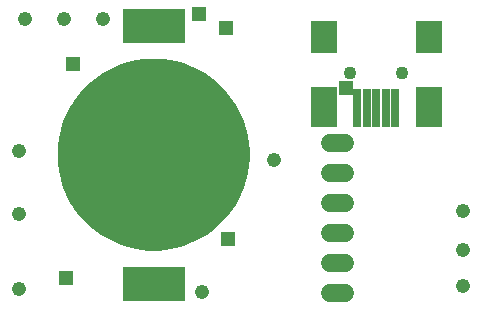
<source format=gbs>
G75*
G70*
%OFA0B0*%
%FSLAX24Y24*%
%IPPOS*%
%LPD*%
%AMOC8*
5,1,8,0,0,1.08239X$1,22.5*
%
%ADD10C,0.0600*%
%ADD11R,0.0867X0.1064*%
%ADD12R,0.0867X0.1379*%
%ADD13R,0.0277X0.1300*%
%ADD14C,0.0434*%
%ADD15C,0.3200*%
%ADD16R,0.2080X0.1180*%
%ADD17C,0.5080*%
%ADD18R,0.0476X0.0476*%
%ADD19C,0.0476*%
D10*
X011732Y000875D02*
X012252Y000875D01*
X012252Y001875D02*
X011732Y001875D01*
X011732Y002875D02*
X012252Y002875D01*
X012252Y003875D02*
X011732Y003875D01*
X011732Y004875D02*
X012252Y004875D01*
X012252Y005875D02*
X011732Y005875D01*
D11*
X011540Y009381D03*
X015044Y009381D03*
D12*
X015044Y007058D03*
X011540Y007058D03*
D13*
X012662Y007019D03*
X012977Y007019D03*
X013292Y007019D03*
X013607Y007019D03*
X013922Y007019D03*
D14*
X014158Y008200D03*
X012426Y008200D03*
D15*
X004267Y005475D02*
X004269Y005555D01*
X004275Y005634D01*
X004285Y005713D01*
X004299Y005792D01*
X004316Y005870D01*
X004338Y005947D01*
X004363Y006022D01*
X004393Y006096D01*
X004425Y006169D01*
X004462Y006240D01*
X004502Y006309D01*
X004545Y006376D01*
X004592Y006441D01*
X004641Y006503D01*
X004694Y006563D01*
X004750Y006620D01*
X004808Y006675D01*
X004869Y006726D01*
X004933Y006774D01*
X004999Y006819D01*
X005067Y006861D01*
X005137Y006899D01*
X005209Y006933D01*
X005282Y006964D01*
X005357Y006992D01*
X005434Y007015D01*
X005511Y007035D01*
X005589Y007051D01*
X005668Y007063D01*
X005747Y007071D01*
X005827Y007075D01*
X005907Y007075D01*
X005987Y007071D01*
X006066Y007063D01*
X006145Y007051D01*
X006223Y007035D01*
X006300Y007015D01*
X006377Y006992D01*
X006452Y006964D01*
X006525Y006933D01*
X006597Y006899D01*
X006667Y006861D01*
X006735Y006819D01*
X006801Y006774D01*
X006865Y006726D01*
X006926Y006675D01*
X006984Y006620D01*
X007040Y006563D01*
X007093Y006503D01*
X007142Y006441D01*
X007189Y006376D01*
X007232Y006309D01*
X007272Y006240D01*
X007309Y006169D01*
X007341Y006096D01*
X007371Y006022D01*
X007396Y005947D01*
X007418Y005870D01*
X007435Y005792D01*
X007449Y005713D01*
X007459Y005634D01*
X007465Y005555D01*
X007467Y005475D01*
X007465Y005395D01*
X007459Y005316D01*
X007449Y005237D01*
X007435Y005158D01*
X007418Y005080D01*
X007396Y005003D01*
X007371Y004928D01*
X007341Y004854D01*
X007309Y004781D01*
X007272Y004710D01*
X007232Y004641D01*
X007189Y004574D01*
X007142Y004509D01*
X007093Y004447D01*
X007040Y004387D01*
X006984Y004330D01*
X006926Y004275D01*
X006865Y004224D01*
X006801Y004176D01*
X006735Y004131D01*
X006667Y004089D01*
X006597Y004051D01*
X006525Y004017D01*
X006452Y003986D01*
X006377Y003958D01*
X006300Y003935D01*
X006223Y003915D01*
X006145Y003899D01*
X006066Y003887D01*
X005987Y003879D01*
X005907Y003875D01*
X005827Y003875D01*
X005747Y003879D01*
X005668Y003887D01*
X005589Y003899D01*
X005511Y003915D01*
X005434Y003935D01*
X005357Y003958D01*
X005282Y003986D01*
X005209Y004017D01*
X005137Y004051D01*
X005067Y004089D01*
X004999Y004131D01*
X004933Y004176D01*
X004869Y004224D01*
X004808Y004275D01*
X004750Y004330D01*
X004694Y004387D01*
X004641Y004447D01*
X004592Y004509D01*
X004545Y004574D01*
X004502Y004641D01*
X004462Y004710D01*
X004425Y004781D01*
X004393Y004854D01*
X004363Y004928D01*
X004338Y005003D01*
X004316Y005080D01*
X004299Y005158D01*
X004285Y005237D01*
X004275Y005316D01*
X004269Y005395D01*
X004267Y005475D01*
D16*
X005867Y009775D03*
X005867Y001175D03*
D17*
X005867Y005475D03*
D18*
X008342Y002650D03*
X002942Y001350D03*
X003192Y008500D03*
X007367Y010150D03*
X008267Y009700D03*
X012267Y007700D03*
D19*
X001367Y001000D03*
X001367Y003500D03*
X001367Y005600D03*
X001567Y010000D03*
X002867Y010000D03*
X004167Y010000D03*
X009867Y005300D03*
X007467Y000900D03*
X016167Y001100D03*
X016167Y002300D03*
X016167Y003600D03*
M02*

</source>
